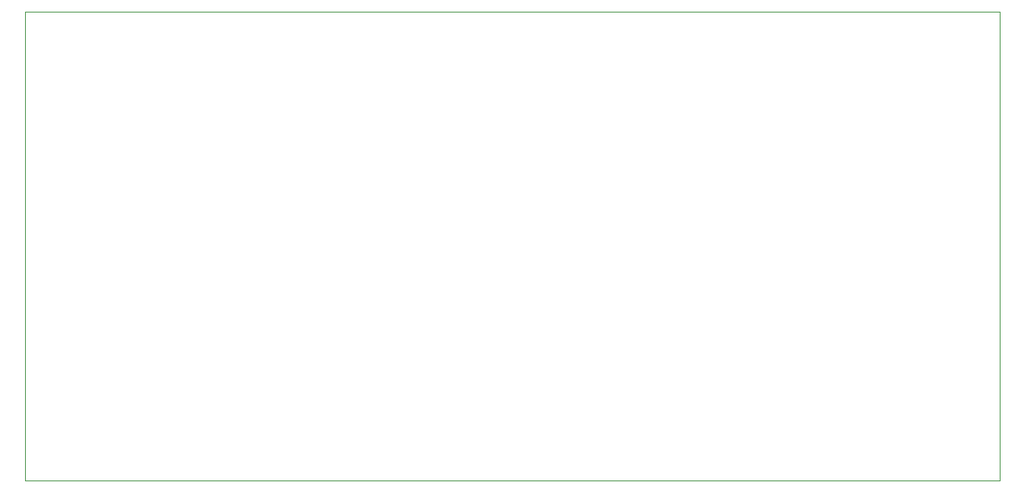
<source format=gm1>
G04 #@! TF.FileFunction,Profile,NP*
%FSLAX46Y46*%
G04 Gerber Fmt 4.6, Leading zero omitted, Abs format (unit mm)*
G04 Created by KiCad (PCBNEW (2015-10-31 BZR 6288)-product) date Sunday, February 14, 2016 'PMt' 02:04:00 PM*
%MOMM*%
G01*
G04 APERTURE LIST*
%ADD10C,0.100000*%
G04 APERTURE END LIST*
D10*
X224790000Y-128270000D02*
X119380000Y-128270000D01*
X224790000Y-77470000D02*
X224790000Y-128270000D01*
X119380000Y-77470000D02*
X224790000Y-77470000D01*
X119380000Y-128270000D02*
X119380000Y-77470000D01*
M02*

</source>
